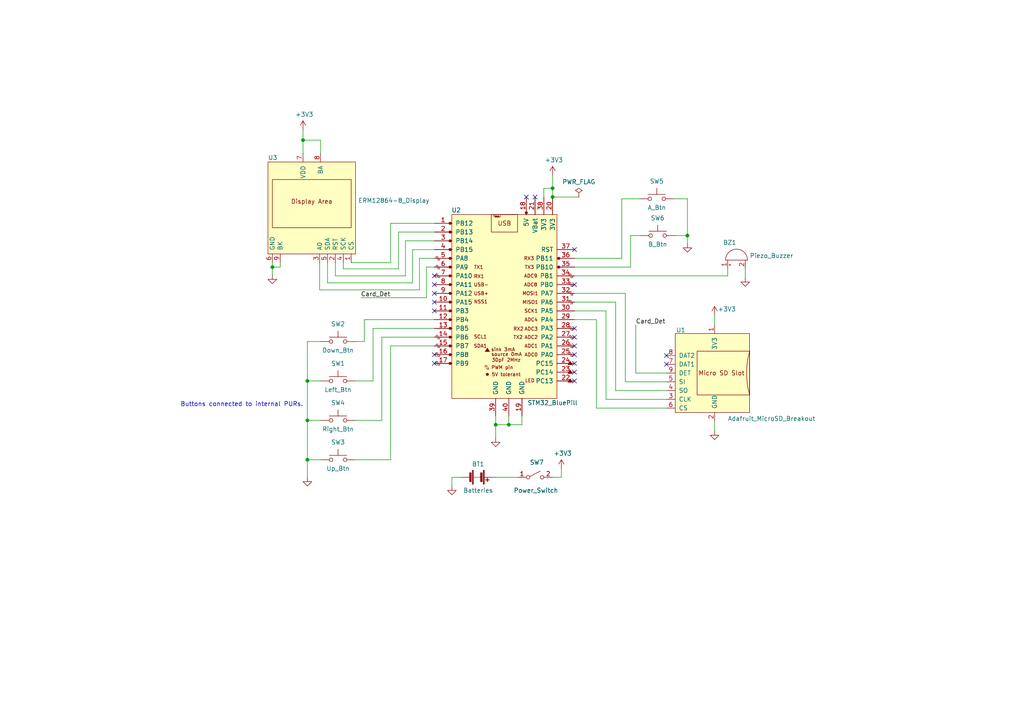
<source format=kicad_sch>
(kicad_sch (version 20211123) (generator eeschema)
  (paper "A4")
  (title_block (title "CHIPnGo") (date "2022-06-16") (rev "v01") (comment 3 "License: MIT") (comment 4 "Author: Kurtis Dinelle"))
  (lib_symbols
    (symbol "Battery_Powered:Battery" (pin_numbers hide) (pin_names (offset 0) hide)
      (property "Reference" "BT" (at 2.54 2.54 0))
      (property "Value" "Battery" (at 2.54 0 0))
      (symbol "Battery_0_1"
        (rectangle (start -2.032 -1.397) (end 2.032 -1.651) (fill (type outline)))
        (rectangle (start -2.032 1.778) (end 2.032 1.524) (fill (type outline)))
        (rectangle (start -1.3208 -1.9812) (end 1.27 -2.4892) (fill (type outline)))
        (rectangle (start -1.3208 1.1938) (end 1.27 0.6858) (fill (type outline)))
        (polyline (pts (xy 0 -1.524) (xy 0 -1.27)))
        (polyline (pts (xy 0 -1.016) (xy 0 -0.762)))
        (polyline (pts (xy 0 -0.508) (xy 0 -0.254)))
        (polyline (pts (xy 0 0) (xy 0 0.254)))
        (polyline (pts (xy 0 0.508) (xy 0 0.762)))
        (polyline (pts (xy 0 1.778) (xy 0 2.54)))
        (polyline (pts (xy 0.254 2.667) (xy 1.27 2.667)) (stroke (width 0.254)))
        (polyline (pts (xy 0.762 3.175) (xy 0.762 2.159)) (stroke (width 0.254)))
      )
      (symbol "Battery_1_1"
        (pin power_out line (at 0 5.08 270) (length 2.54) (name "+") (number "1"))
        (pin power_out line (at 0 -5.08 90) (length 2.54) (name "-") (number "2"))
      )
    )
    (symbol "CHIPnGo-rescue:Adafruit_MicroSD_Breakout-Adafruit_MicroSD_Breakout" (pin_names (offset 1.016))
      (property "Reference" "U" (at -10.16 12.7 0))
      (property "Value" "Adafruit_MicroSD_Breakout-Adafruit_MicroSD_Breakout" (at 13.97 -12.7 0))
      (symbol "Adafruit_MicroSD_Breakout-Adafruit_MicroSD_Breakout_0_0"
        (text "Micro SD Slot" (at 2.0066 0 0) (effects (font (size 1.27 1.27))))
      )
      (symbol "Adafruit_MicroSD_Breakout-Adafruit_MicroSD_Breakout_0_1"
        (rectangle (start -11.43 11.43) (end 10.16 -11.43) (fill (type background)))
        (rectangle (start 10.16 6.35) (end -5.08 -6.35))
        (arc (start 10.16 6.35) (mid 9.2944 0) (end 10.16 -6.35))
      )
      (symbol "Adafruit_MicroSD_Breakout-Adafruit_MicroSD_Breakout_1_1"
        (pin power_in line (at 0 -13.97 90) (length 2.54) (name "3V3") (number "1"))
        (pin power_in line (at 0 13.97 270) (length 2.54) (name "GND") (number "2"))
        (pin input line (at -13.97 7.62 0) (length 2.54) (name "CLK") (number "3"))
        (pin output line (at -13.97 5.08 0) (length 2.54) (name "SO") (number "4"))
        (pin input line (at -13.97 2.54 0) (length 2.54) (name "SI") (number "5"))
        (pin input line (at -13.97 10.16 0) (length 2.54) (name "CS") (number "6"))
        (pin bidirectional line (at -13.97 -2.54 0) (length 2.54) (name "DAT1") (number "7"))
        (pin bidirectional line (at -13.97 -5.08 0) (length 2.54) (name "DAT2") (number "8"))
        (pin output line (at -13.97 0 0) (length 2.54) (name "DET") (number "9"))
      )
    )
    (symbol "Device:Buzzer" (pin_names (offset 0.0254) hide)
      (property "Reference" "BZ" (at 3.81 1.27 0))
      (property "Value" "Buzzer" (at 3.81 -1.27 0))
      (symbol "Buzzer_0_1"
        (arc (start 0 -3.175) (mid 3.175 0) (end 0 3.175))
        (polyline (pts (xy -1.651 1.905) (xy -1.143 1.905)))
        (polyline (pts (xy -1.397 2.159) (xy -1.397 1.651)))
        (polyline (pts (xy 0 3.175) (xy 0 -3.175)))
      )
      (symbol "Buzzer_1_1"
        (pin passive line (at -2.54 2.54 0) (length 2.54) (name "-") (number "1"))
        (pin passive line (at -2.54 -2.54 0) (length 2.54) (name "+") (number "2"))
      )
    )
    (symbol "ERM12864-8:ERM12864-8" (pin_names (offset 1.016))
      (property "Reference" "U" (at -11.43 15.24 0))
      (property "Value" "ERM12864-8" (at 19.05 -11.43 0))
      (symbol "ERM12864-8_0_0"
        (text "Display Area" (at 0 2.54 0) (effects (font (size 1.27 1.27))))
      )
      (symbol "ERM12864-8_0_1"
        (rectangle (start -12.7 -12.7) (end 12.7 13.97) (fill (type background)))
        (rectangle (start -11.43 8.89) (end 11.43 -5.08))
      )
      (symbol "ERM12864-8_1_1"
        (pin input line (at 11.43 -15.24 90) (length 2.54) (name "CS") (number "1"))
        (pin input line (at 6.858 -15.24 90) (length 2.54) (name "RST") (number "2"))
        (pin input line (at 2.286 -15.24 90) (length 2.54) (name "A0") (number "3"))
        (pin input line (at 9.144 -15.24 90) (length 2.54) (name "SCK") (number "4"))
        (pin input line (at 4.572 -15.24 90) (length 2.54) (name "SDA") (number "5"))
        (pin power_in line (at -11.43 -15.24 90) (length 2.54) (name "GND") (number "6"))
        (pin power_in line (at -2.54 16.51 270) (length 2.54) (name "VDD") (number "7"))
        (pin power_in line (at 2.54 16.51 270) (length 2.54) (name "BA") (number "8"))
        (pin power_in line (at -9.144 -15.24 90) (length 2.54) (name "BK") (number "9"))
      )
    )
    (symbol "STM32_BluePill:STM32_BluePill" (pin_names (offset 1.016))
      (property "Reference" "U" (at -13.97 26.67 0))
      (property "Value" "STM32_BluePill_STM32_BluePill" (at 0 2.54 90))
      (symbol "STM32_BluePill_0_0"
        (circle (center -15.748 -17.78) (radius 0.3556) (fill (type outline)))
        (circle (center -15.748 -15.24) (radius 0.3556) (fill (type outline)))
        (circle (center -15.748 -12.7) (radius 0.3556) (fill (type outline)))
        (circle (center -15.748 -10.16) (radius 0.3556) (fill (type outline)))
        (circle (center -15.748 -7.62) (radius 0.3556) (fill (type outline)))
        (circle (center -15.748 -5.08) (radius 0.3556) (fill (type outline)))
        (circle (center -15.748 -2.54) (radius 0.3556) (fill (type outline)))
        (circle (center -15.748 0) (radius 0.3556) (fill (type outline)))
        (circle (center -15.748 2.54) (radius 0.3556) (fill (type outline)))
        (circle (center -15.748 5.08) (radius 0.3556) (fill (type outline)))
        (circle (center -15.748 7.62) (radius 0.3556) (fill (type outline)))
        (circle (center -15.748 10.16) (radius 0.3556) (fill (type outline)))
        (circle (center -15.748 12.7) (radius 0.3556) (fill (type outline)))
        (circle (center -15.748 15.24) (radius 0.3556) (fill (type outline)))
        (circle (center -15.748 17.78) (radius 0.3556) (fill (type outline)))
        (circle (center -15.748 22.86) (radius 0.3556) (fill (type outline)))
        (circle (center -4.953 -20.955) (radius 0.127) (fill (type outline)))
        (circle (center -4.953 -20.955) (radius 0.254))
        (circle (center -4.953 -20.955) (radius 0.3556))
        (polyline (pts (xy -5.588 -14.351) (xy -4.953 -13.335) (xy -4.318 -14.351) (xy -5.588 -14.351) (xy -4.953 -13.462) (xy -4.445 -14.351) (xy -5.461 -14.224) (xy -4.953 -13.589) (xy -4.572 -14.351) (xy -5.334 -14.097) (xy -4.826 -13.716) (xy -4.699 -14.351) (xy -5.207 -13.97) (xy -4.699 -13.843) (xy -4.826 -14.224) (xy -5.08 -13.97) (xy -4.826 -14.097) (xy -4.953 -13.843)))
        (polyline (pts (xy 18.415 -23.241) (xy 19.05 -22.225) (xy 19.685 -23.241) (xy 18.415 -23.241) (xy 19.05 -22.352) (xy 19.558 -23.241) (xy 18.542 -23.114) (xy 19.05 -22.479) (xy 19.431 -23.241) (xy 18.669 -22.987) (xy 19.177 -22.606) (xy 19.304 -23.241) (xy 18.796 -22.86) (xy 19.304 -22.733) (xy 19.177 -23.114) (xy 18.923 -22.86) (xy 19.177 -22.987) (xy 19.05 -22.733)))
        (polyline (pts (xy 18.415 -20.701) (xy 19.05 -19.685) (xy 19.685 -20.701) (xy 18.415 -20.701) (xy 19.05 -19.812) (xy 19.558 -20.701) (xy 18.542 -20.574) (xy 19.05 -19.939) (xy 19.431 -20.701) (xy 18.669 -20.447) (xy 19.177 -20.066) (xy 19.304 -20.701) (xy 18.796 -20.32) (xy 19.304 -20.193) (xy 19.177 -20.574) (xy 18.923 -20.32) (xy 19.177 -20.447) (xy 19.05 -20.193)))
        (polyline (pts (xy 18.415 -18.161) (xy 19.05 -17.145) (xy 19.685 -18.161) (xy 18.415 -18.161) (xy 19.05 -17.272) (xy 19.558 -18.161) (xy 18.542 -18.034) (xy 19.05 -17.399) (xy 19.431 -18.161) (xy 18.669 -17.907) (xy 19.177 -17.526) (xy 19.304 -18.161) (xy 18.796 -17.78) (xy 19.304 -17.653) (xy 19.177 -18.034) (xy 18.923 -17.78) (xy 19.177 -17.907) (xy 19.05 -17.653)))
        (circle (center 6.35 25.908) (radius 0.3556) (fill (type outline)))
        (circle (center 15.748 10.16) (radius 0.254) (fill (type outline)))
        (circle (center 15.748 10.16) (radius 0.3556))
        (circle (center 15.748 12.7) (radius 0.254) (fill (type outline)))
        (circle (center 15.748 12.7) (radius 0.3556))
        (text "30pF 2MHz" (at 0.508 -16.764 0) (effects (font (size 0.9906 0.9906))))
        (text "5V tolerant" (at 0.508 -20.955 0) (effects (font (size 0.9906 0.9906))))
        (text "ADC0" (at 7.747 -15.24 0) (effects (font (size 0.9906 0.9906))))
        (text "ADC1" (at 7.747 -12.7 0) (effects (font (size 0.9906 0.9906))))
        (text "ADC2" (at 7.747 -10.16 0) (effects (font (size 0.9906 0.9906))))
        (text "ADC3" (at 7.747 -7.747 0) (effects (font (size 0.9906 0.9906))))
        (text "ADC4" (at 7.747 -5.08 0) (effects (font (size 0.9906 0.9906))))
        (text "ADC8" (at 7.62 5.08 0) (effects (font (size 0.9906 0.9906))))
        (text "ADC9" (at 7.62 7.62 0) (effects (font (size 0.9906 0.9906))))
        (text "LED" (at 7.366 -22.733 0) (effects (font (size 0.9906 0.9906))))
        (text "MISO1" (at 7.493 0 0) (effects (font (size 0.9906 0.9906))))
        (text "MOSI1" (at 7.493 2.54 0) (effects (font (size 0.9906 0.9906))))
        (text "NSS1" (at -6.858 0.127 0) (effects (font (size 0.9906 0.9906))))
        (text "PWM pin" (at -0.635 -18.923 0) (effects (font (size 0.9906 0.9906))))
        (text "RX1" (at -7.366 7.493 0) (effects (font (size 0.9906 0.9906))))
        (text "RX2" (at 4.064 -7.747 0) (effects (font (size 0.9906 0.9906))))
        (text "RX3" (at 7.112 12.7 0) (effects (font (size 0.9906 0.9906))))
        (text "SCK1" (at 7.747 -2.54 0) (effects (font (size 0.9906 0.9906))))
        (text "SCL1" (at -6.985 -10.033 0) (effects (font (size 0.9906 0.9906))))
        (text "SDA1" (at -6.985 -12.7 0) (effects (font (size 0.9906 0.9906))))
        (text "sink 3mA" (at -0.381 -13.716 0) (effects (font (size 0.9906 0.9906))))
        (text "source 0mA" (at 0.635 -15.113 0) (effects (font (size 0.9906 0.9906))))
        (text "TX1" (at -7.493 10.16 0) (effects (font (size 0.9906 0.9906))))
        (text "TX2" (at 3.937 -10.16 0) (effects (font (size 0.9906 0.9906))))
        (text "TX3" (at 7.239 10.16 0) (effects (font (size 0.9906 0.9906))))
        (text "USB" (at 0 22.86 0) (effects (font (size 1.27 1.27))))
        (text "USB+" (at -6.731 2.54 0) (effects (font (size 0.9906 0.9906))))
        (text "USB-" (at -6.731 5.08 0) (effects (font (size 0.9906 0.9906))))
        (text "Y@@J" (at -2.159 24.892 0) (effects (font (size 0.508 0.508))))
      )
      (symbol "STM32_BluePill_0_1"
        (rectangle (start -15.24 25.4) (end 15.24 -27.94) (fill (type background)))
        (polyline (pts (xy -18.796 -17.78) (xy -18.796 -18.288) (xy -19.304 -18.288) (xy -19.304 -17.272) (xy -19.812 -17.272) (xy -19.812 -17.78)))
        (polyline (pts (xy -18.796 -15.24) (xy -18.796 -15.748) (xy -19.304 -15.748) (xy -19.304 -14.732) (xy -19.812 -14.732) (xy -19.812 -15.24)))
        (polyline (pts (xy -18.796 -12.7) (xy -18.796 -13.208) (xy -19.304 -13.208) (xy -19.304 -12.192) (xy -19.812 -12.192) (xy -19.812 -12.7)))
        (polyline (pts (xy -18.796 -10.16) (xy -18.796 -10.668) (xy -19.304 -10.668) (xy -19.304 -9.652) (xy -19.812 -9.652) (xy -19.812 -10.16)))
        (polyline (pts (xy -18.796 7.62) (xy -18.796 7.112) (xy -19.304 7.112) (xy -19.304 8.128) (xy -19.812 8.128) (xy -19.812 7.62)))
        (polyline (pts (xy -18.796 10.16) (xy -18.796 9.652) (xy -19.304 9.652) (xy -19.304 10.668) (xy -19.812 10.668) (xy -19.812 10.16)))
        (polyline (pts (xy -18.796 12.7) (xy -18.796 12.192) (xy -19.304 12.192) (xy -19.304 13.208) (xy -19.812 13.208) (xy -19.812 12.7)))
        (polyline (pts (xy -4.572 -18.923) (xy -4.572 -19.431) (xy -5.08 -19.431) (xy -5.08 -18.415) (xy -5.588 -18.415) (xy -5.588 -18.923)))
        (polyline (pts (xy 19.812 -15.24) (xy 19.812 -15.748) (xy 19.304 -15.748) (xy 19.304 -14.732) (xy 18.796 -14.732) (xy 18.796 -15.24)))
        (polyline (pts (xy 19.812 -12.7) (xy 19.812 -13.208) (xy 19.304 -13.208) (xy 19.304 -12.192) (xy 18.796 -12.192) (xy 18.796 -12.7)))
        (polyline (pts (xy 19.812 -10.16) (xy 19.812 -10.668) (xy 19.304 -10.668) (xy 19.304 -9.652) (xy 18.796 -9.652) (xy 18.796 -10.16)))
        (polyline (pts (xy 19.812 -7.62) (xy 19.812 -8.128) (xy 19.304 -8.128) (xy 19.304 -7.112) (xy 18.796 -7.112) (xy 18.796 -7.62)))
        (polyline (pts (xy 19.812 0) (xy 19.812 -0.508) (xy 19.304 -0.508) (xy 19.304 0.508) (xy 18.796 0.508) (xy 18.796 0)))
        (polyline (pts (xy 19.812 2.54) (xy 19.812 2.032) (xy 19.304 2.032) (xy 19.304 3.048) (xy 18.796 3.048) (xy 18.796 2.54)))
        (polyline (pts (xy 19.812 5.08) (xy 19.812 4.572) (xy 19.304 4.572) (xy 19.304 5.588) (xy 18.796 5.588) (xy 18.796 5.08)))
        (polyline (pts (xy 19.812 7.62) (xy 19.812 7.112) (xy 19.304 7.112) (xy 19.304 8.128) (xy 18.796 8.128) (xy 18.796 7.62)))
        (rectangle (start 3.81 25.4) (end -3.81 20.32))
      )
      (symbol "STM32_BluePill_1_1"
        (circle (center -15.748 20.32) (radius 0.3556) (fill (type outline)))
        (pin bidirectional line (at -20.32 22.86 0) (length 5.08) (name "PB12") (number "1"))
        (pin bidirectional line (at -20.32 0 0) (length 5.08) (name "PA15") (number "10"))
        (pin bidirectional line (at -20.32 -2.54 0) (length 5.08) (name "PB3") (number "11"))
        (pin bidirectional line (at -20.32 -5.08 0) (length 5.08) (name "PB4") (number "12"))
        (pin bidirectional line (at -20.32 -7.62 0) (length 5.08) (name "PB5") (number "13"))
        (pin bidirectional line (at -20.32 -10.16 0) (length 5.08) (name "PB6") (number "14"))
        (pin bidirectional line (at -20.32 -12.7 0) (length 5.08) (name "PB7") (number "15"))
        (pin bidirectional line (at -20.32 -15.24 0) (length 5.08) (name "PB8") (number "16"))
        (pin bidirectional line (at -20.32 -17.78 0) (length 5.08) (name "PB9") (number "17"))
        (pin power_in line (at 6.35 30.48 270) (length 5.08) (name "5V") (number "18"))
        (pin power_in line (at 5.08 -33.02 90) (length 5.08) (name "GND") (number "19"))
        (pin bidirectional line (at -20.32 20.32 0) (length 5.08) (name "PB13") (number "2"))
        (pin power_in line (at 13.97 30.48 270) (length 5.08) (name "3V3") (number "20"))
        (pin power_in line (at 8.89 30.48 270) (length 5.08) (name "VBat") (number "21"))
        (pin bidirectional line (at 20.32 -22.86 180) (length 5.08) (name "PC13") (number "22"))
        (pin bidirectional line (at 20.32 -20.32 180) (length 5.08) (name "PC14") (number "23"))
        (pin bidirectional line (at 20.32 -17.78 180) (length 5.08) (name "PC15") (number "24"))
        (pin bidirectional line (at 20.32 -15.24 180) (length 5.08) (name "PA0") (number "25"))
        (pin bidirectional line (at 20.32 -12.7 180) (length 5.08) (name "PA1") (number "26"))
        (pin bidirectional line (at 20.32 -10.16 180) (length 5.08) (name "PA2") (number "27"))
        (pin bidirectional line (at 20.32 -7.62 180) (length 5.08) (name "PA3") (number "28"))
        (pin bidirectional line (at 20.32 -5.08 180) (length 5.08) (name "PA4") (number "29"))
        (pin bidirectional line (at -20.32 17.78 0) (length 5.08) (name "PB14") (number "3"))
        (pin bidirectional line (at 20.32 -2.54 180) (length 5.08) (name "PA5") (number "30"))
        (pin bidirectional line (at 20.32 0 180) (length 5.08) (name "PA6") (number "31"))
        (pin bidirectional line (at 20.32 2.54 180) (length 5.08) (name "PA7") (number "32"))
        (pin bidirectional line (at 20.32 5.08 180) (length 5.08) (name "PB0") (number "33"))
        (pin bidirectional line (at 20.32 7.62 180) (length 5.08) (name "PB1") (number "34"))
        (pin bidirectional line (at 20.32 10.16 180) (length 5.08) (name "PB10") (number "35"))
        (pin bidirectional line (at 20.32 12.7 180) (length 5.08) (name "PB11") (number "36"))
        (pin input line (at 20.32 15.24 180) (length 5.08) (name "RST") (number "37"))
        (pin power_in line (at 11.43 30.48 270) (length 5.08) (name "3V3") (number "38"))
        (pin power_in line (at -2.54 -33.02 90) (length 5.08) (name "GND") (number "39"))
        (pin bidirectional line (at -20.32 15.24 0) (length 5.08) (name "PB15") (number "4"))
        (pin power_in line (at 1.27 -33.02 90) (length 5.08) (name "GND") (number "40"))
        (pin bidirectional line (at -20.32 12.7 0) (length 5.08) (name "PA8") (number "5"))
        (pin bidirectional line (at -20.32 10.16 0) (length 5.08) (name "PA9") (number "6"))
        (pin bidirectional line (at -20.32 7.62 0) (length 5.08) (name "PA10") (number "7"))
        (pin bidirectional line (at -20.32 5.08 0) (length 5.08) (name "PA11") (number "8"))
        (pin bidirectional line (at -20.32 2.54 0) (length 5.08) (name "PA12") (number "9"))
      )
    )
    (symbol "Switch:SW_Push" (pin_numbers hide) (pin_names (offset 1.016) hide)
      (property "Reference" "SW" (at 1.27 2.54 0))
      (property "Value" "SW_Push" (at 0 -1.524 0))
      (symbol "SW_Push_0_1"
        (circle (center -2.032 0) (radius 0.508))
        (polyline (pts (xy 0 1.27) (xy 0 3.048)))
        (polyline (pts (xy 2.54 1.27) (xy -2.54 1.27)))
        (circle (center 2.032 0) (radius 0.508))
        (pin passive line (at -5.08 0 0) (length 2.54) (name "1") (number "1"))
        (pin passive line (at 5.08 0 180) (length 2.54) (name "2") (number "2"))
      )
    )
    (symbol "Switch:SW_SPST" (pin_names (offset 0) hide)
      (property "Reference" "SW" (at 0 3.175 0))
      (property "Value" "SW_SPST" (at 0 -2.54 0))
      (symbol "SW_SPST_0_0"
        (circle (center -2.032 0) (radius 0.508))
        (polyline (pts (xy -1.524 0.254) (xy 1.524 1.778)))
        (circle (center 2.032 0) (radius 0.508))
      )
      (symbol "SW_SPST_1_1"
        (pin passive line (at -5.08 0 0) (length 2.54) (name "A") (number "1"))
        (pin passive line (at 5.08 0 180) (length 2.54) (name "B") (number "2"))
      )
    )
    (symbol "power:+3V3" (power) (pin_names (offset 0))
      (property "Value" "+3V3" (at 0 3.556 0))
      (symbol "+3V3_0_1"
        (polyline (pts (xy -0.762 1.27) (xy 0 2.54)))
        (polyline (pts (xy 0 0) (xy 0 2.54)))
        (polyline (pts (xy 0 2.54) (xy 0.762 1.27)))
      )
      (symbol "+3V3_1_1"
        (pin power_in line (at 0 0 90) (length 0) hide (name "+3V3") (number "1"))
      )
    )
    (symbol "power:GND" (power) (pin_names (offset 0))
      (property "Value" "GND" (at 0 -3.81 0))
      (symbol "GND_0_1"
        (polyline (pts (xy 0 0) (xy 0 -1.27) (xy 1.27 -1.27) (xy 0 -2.54) (xy -1.27 -1.27) (xy 0 -1.27)))
      )
      (symbol "GND_1_1"
        (pin power_in line (at 0 0 270) (length 0) hide (name "GND") (number "1"))
      )
    )
    (symbol "power:PWR_FLAG" (power) (pin_numbers hide) (pin_names (offset 0) hide)
      (property "Value" "PWR_FLAG" (at 0 3.81 0))
      (symbol "PWR_FLAG_0_0"
        (pin power_out line (at 0 0 90) (length 0) (name "pwr") (number "1"))
      )
      (symbol "PWR_FLAG_0_1"
        (polyline (pts (xy 0 0) (xy 0 1.27) (xy -1.016 1.905) (xy 0 2.54) (xy 1.016 1.905) (xy 0 1.27)))
      )
    )
  )
  (junction (at 199.39 68.326))
  (junction (at 147.574 123.19))
  (junction (at 160.274 57.15))
  (junction (at 160.274 54.61))
  (junction (at 87.884 40.64))
  (junction (at 143.764 123.19))
  (junction (at 89.154 110.49))
  (junction (at 89.154 133.35))
  (junction (at 89.154 121.92))
  (junction (at 78.994 77.47))
  (no_connect (at 125.984 82.55))
  (no_connect (at 166.624 107.95))
  (no_connect (at 152.654 57.15))
  (no_connect (at 125.984 85.09))
  (no_connect (at 166.624 97.79))
  (no_connect (at 166.624 110.49))
  (no_connect (at 166.624 102.87))
  (no_connect (at 166.624 95.25))
  (no_connect (at 193.294 103.124))
  (no_connect (at 166.624 82.55))
  (no_connect (at 166.624 100.33))
  (no_connect (at 166.624 105.41))
  (no_connect (at 125.984 105.41))
  (no_connect (at 166.624 72.39))
  (no_connect (at 193.294 105.664))
  (no_connect (at 125.984 90.17))
  (no_connect (at 155.194 57.15))
  (no_connect (at 125.984 102.87))
  (no_connect (at 125.984 80.01))
  (no_connect (at 125.984 87.63))
  (wire (pts (xy 207.264 122.174) (xy 207.264 124.968)))
  (wire (pts (xy 103.124 121.92) (xy 110.744 121.92)))
  (wire (pts (xy 131.064 138.43) (xy 133.604 138.43)))
  (wire (pts (xy 181.356 85.09) (xy 166.624 85.09)))
  (wire (pts (xy 89.154 121.92) (xy 89.154 133.35)))
  (wire (pts (xy 89.154 99.06) (xy 89.154 110.49)))
  (wire (pts (xy 113.284 133.35) (xy 113.284 100.33)))
  (wire (pts (xy 162.814 138.43) (xy 162.814 135.89)))
  (wire (pts (xy 117.602 80.01) (xy 117.602 69.85)))
  (wire (pts (xy 151.384 120.65) (xy 151.384 123.19)))
  (wire (pts (xy 113.284 100.33) (xy 125.984 100.33)))
  (wire (pts (xy 121.666 74.93) (xy 125.984 74.93)))
  (wire (pts (xy 178.562 87.63) (xy 166.624 87.63)))
  (wire (pts (xy 157.734 57.15) (xy 157.734 54.61)))
  (wire (pts (xy 151.384 123.19) (xy 147.574 123.19)))
  (wire (pts (xy 160.274 138.43) (xy 162.814 138.43)))
  (wire (pts (xy 185.42 57.658) (xy 180.34 57.658)))
  (wire (pts (xy 87.884 37.592) (xy 87.884 40.64)))
  (wire (pts (xy 110.744 121.92) (xy 110.744 97.79)))
  (wire (pts (xy 143.764 138.43) (xy 150.114 138.43)))
  (wire (pts (xy 123.698 77.47) (xy 123.698 86.36)))
  (wire (pts (xy 195.834 68.326) (xy 199.39 68.326)))
  (wire (pts (xy 92.964 133.35) (xy 89.154 133.35)))
  (wire (pts (xy 166.624 80.01) (xy 211.074 80.01)))
  (wire (pts (xy 178.562 113.284) (xy 178.562 87.63)))
  (wire (pts (xy 175.768 90.17) (xy 166.624 90.17)))
  (wire (pts (xy 119.634 72.39) (xy 125.984 72.39)))
  (wire (pts (xy 105.664 92.71) (xy 125.984 92.71)))
  (wire (pts (xy 199.39 57.658) (xy 199.39 68.326)))
  (wire (pts (xy 113.284 76.2) (xy 113.284 64.77)))
  (wire (pts (xy 101.854 76.2) (xy 113.284 76.2)))
  (wire (pts (xy 193.294 110.744) (xy 181.356 110.744)))
  (wire (pts (xy 92.964 121.92) (xy 89.154 121.92)))
  (wire (pts (xy 92.964 40.64) (xy 87.884 40.64)))
  (wire (pts (xy 157.734 54.61) (xy 160.274 54.61)))
  (wire (pts (xy 184.404 108.204) (xy 184.404 94.234)))
  (wire (pts (xy 119.634 82.042) (xy 119.634 72.39)))
  (wire (pts (xy 147.574 120.65) (xy 147.574 123.19)))
  (wire (pts (xy 167.894 57.15) (xy 160.274 57.15)))
  (wire (pts (xy 199.39 68.326) (xy 199.39 70.612)))
  (wire (pts (xy 89.154 110.49) (xy 89.154 121.92)))
  (wire (pts (xy 115.57 77.978) (xy 115.57 67.31)))
  (wire (pts (xy 103.124 110.49) (xy 108.204 110.49)))
  (wire (pts (xy 92.964 110.49) (xy 89.154 110.49)))
  (wire (pts (xy 94.996 76.2) (xy 94.996 82.042)))
  (wire (pts (xy 160.274 54.61) (xy 160.274 50.8)))
  (wire (pts (xy 216.154 80.518) (xy 216.154 77.978)))
  (wire (pts (xy 182.88 77.47) (xy 166.624 77.47)))
  (wire (pts (xy 193.294 108.204) (xy 184.404 108.204)))
  (wire (pts (xy 180.34 57.658) (xy 180.34 74.93)))
  (wire (pts (xy 115.57 67.31) (xy 125.984 67.31)))
  (wire (pts (xy 97.282 80.01) (xy 117.602 80.01)))
  (wire (pts (xy 99.568 76.2) (xy 99.568 77.978)))
  (wire (pts (xy 78.994 76.2) (xy 78.994 77.47)))
  (wire (pts (xy 81.28 77.47) (xy 78.994 77.47)))
  (wire (pts (xy 89.154 133.35) (xy 89.154 138.43)))
  (wire (pts (xy 193.294 113.284) (xy 178.562 113.284)))
  (wire (pts (xy 131.064 140.97) (xy 131.064 138.43)))
  (wire (pts (xy 108.204 110.49) (xy 108.204 95.25)))
  (wire (pts (xy 207.264 91.44) (xy 207.264 94.234)))
  (wire (pts (xy 99.568 77.978) (xy 115.57 77.978)))
  (wire (pts (xy 92.71 84.074) (xy 121.666 84.074)))
  (wire (pts (xy 92.964 99.06) (xy 89.154 99.06)))
  (wire (pts (xy 125.984 77.47) (xy 123.698 77.47)))
  (wire (pts (xy 185.674 68.326) (xy 182.88 68.326)))
  (wire (pts (xy 97.282 76.2) (xy 97.282 80.01)))
  (wire (pts (xy 182.88 68.326) (xy 182.88 77.47)))
  (wire (pts (xy 110.744 97.79) (xy 125.984 97.79)))
  (wire (pts (xy 103.124 99.06) (xy 105.664 99.06)))
  (wire (pts (xy 92.964 44.45) (xy 92.964 40.64)))
  (wire (pts (xy 147.574 123.19) (xy 143.764 123.19)))
  (wire (pts (xy 175.768 115.824) (xy 175.768 90.17)))
  (wire (pts (xy 193.294 115.824) (xy 175.768 115.824)))
  (wire (pts (xy 92.71 76.2) (xy 92.71 84.074)))
  (wire (pts (xy 211.074 80.01) (xy 211.074 77.978)))
  (wire (pts (xy 123.698 86.36) (xy 104.648 86.36)))
  (wire (pts (xy 94.996 82.042) (xy 119.634 82.042)))
  (wire (pts (xy 117.602 69.85) (xy 125.984 69.85)))
  (wire (pts (xy 172.974 118.364) (xy 172.974 92.71)))
  (wire (pts (xy 181.356 110.744) (xy 181.356 85.09)))
  (wire (pts (xy 143.764 120.65) (xy 143.764 123.19)))
  (wire (pts (xy 87.884 40.64) (xy 87.884 44.45)))
  (wire (pts (xy 105.664 99.06) (xy 105.664 92.71)))
  (wire (pts (xy 193.294 118.364) (xy 172.974 118.364)))
  (wire (pts (xy 180.34 74.93) (xy 166.624 74.93)))
  (wire (pts (xy 78.994 77.47) (xy 78.994 79.756)))
  (wire (pts (xy 121.666 84.074) (xy 121.666 74.93)))
  (wire (pts (xy 143.764 123.19) (xy 143.764 127)))
  (wire (pts (xy 108.204 95.25) (xy 125.984 95.25)))
  (wire (pts (xy 81.28 76.2) (xy 81.28 77.47)))
  (wire (pts (xy 172.974 92.71) (xy 166.624 92.71)))
  (wire (pts (xy 160.274 57.15) (xy 160.274 54.61)))
  (wire (pts (xy 103.124 133.35) (xy 113.284 133.35)))
  (wire (pts (xy 113.284 64.77) (xy 125.984 64.77)))
  (wire (pts (xy 195.58 57.658) (xy 199.39 57.658)))
  (text "Buttons connected to internal PURs." (at 52.324 118.11 0) (effects (font (size 1.27 1.27)) (justify left bottom)))
  (label "Card_Det" (at 104.648 86.36 0))
  (label "Card_Det" (at 184.404 94.234 0))
  (symbol (lib_id "STM32_BluePill:STM32_BluePill") (at 146.304 87.63 0) (unit 1)
    (property "Reference" "U2" (at 132.334 60.96 0))
    (property "Value" "STM32_BluePill" (at 160.274 116.84 0))
    (property "Footprint" "bp:YAAJ_BluePill_1" (effects hide))
  )
  (symbol (lib_id "CHIPnGo-rescue:Adafruit_MicroSD_Breakout-Adafruit_MicroSD_Breakout") (at 207.264 108.204 0) (mirror x) (unit 1)
    (property "Reference" "U1" (at 196.088 95.758 0) (effects (justify left)))
    (property "Value" "Adafruit_MicroSD_Breakout" (at 211.074 121.412 0) (effects (justify left)))
    (property "Footprint" "Adafruit_SD_Reader:Adafruit_SD_Reader" (effects hide))
  )
  (symbol (lib_id "Switch:SW_Push") (at 190.5 57.658 0) (unit 1)
    (property "Reference" "SW5" (at 190.5 52.578 0))
    (property "Value" "A_Btn" (at 190.5 60.198 0))
    (property "Footprint" "Button_Switch_THT:SW_PUSH-12mm" (effects hide))
  )
  (symbol (lib_id "Switch:SW_Push") (at 190.754 68.326 0) (unit 1)
    (property "Reference" "SW6" (at 190.754 63.246 0))
    (property "Value" "B_Btn" (at 190.754 70.866 0))
    (property "Footprint" "Button_Switch_THT:SW_PUSH-12mm" (effects hide))
  )
  (symbol (lib_id "Switch:SW_Push") (at 98.044 99.06 0) (unit 1)
    (property "Reference" "SW2" (at 98.044 93.98 0))
    (property "Value" "Down_Btn" (at 98.044 101.6 0))
    (property "Footprint" "Button_Switch_THT:SW_PUSH_6mm_H5mm" (effects hide))
  )
  (symbol (lib_id "Switch:SW_Push") (at 98.044 121.92 0) (unit 1)
    (property "Reference" "SW4" (at 98.044 116.84 0))
    (property "Value" "Right_Btn" (at 98.044 124.46 0))
    (property "Footprint" "Button_Switch_THT:SW_PUSH_6mm_H5mm" (effects hide))
  )
  (symbol (lib_id "Switch:SW_Push") (at 98.044 110.49 0) (unit 1)
    (property "Reference" "SW1" (at 98.044 105.41 0))
    (property "Value" "Left_Btn" (at 98.044 113.03 0))
    (property "Footprint" "Button_Switch_THT:SW_PUSH_6mm_H5mm" (effects hide))
  )
  (symbol (lib_id "Switch:SW_Push") (at 98.044 133.35 0) (unit 1)
    (property "Reference" "SW3" (at 98.044 128.27 0))
    (property "Value" "Up_Btn" (at 98.044 135.89 0))
    (property "Footprint" "Button_Switch_THT:SW_PUSH_6mm_H5mm" (effects hide))
  )
  (symbol (lib_id "ERM12864-8:ERM12864-8") (at 90.424 60.96 0) (unit 1)
    (property "Reference" "U3" (at 77.724 45.72 0) (effects (justify left)))
    (property "Value" "ERM12864-8_Display" (at 103.886 58.166 0) (effects (justify left)))
    (property "Footprint" "ERM12864:ERM12864" (effects hide))
  )
  (symbol (lib_id "Device:Buzzer") (at 213.614 75.438 90) (unit 1)
    (property "Reference" "BZ1" (at 213.614 70.358 90) (effects (justify left)))
    (property "Value" "Piezo_Buzzer" (at 230.124 74.168 90) (effects (justify left)))
    (property "Footprint" "Buzzer_Beeper:Buzzer_TDK_PS1240P02BT_D12.2mm_H6.5mm" (effects hide))
  )
  (symbol (lib_id "Battery_Powered:Battery") (at 138.684 138.43 270) (unit 1)
    (property "Reference" "BT1" (at 138.684 134.62 90))
    (property "Value" "Batteries" (at 138.684 142.24 90))
    (property "Footprint" "Battery:BatteryHolder_Keystone_2468_2xAAA" (effects hide))
  )
  (symbol (lib_id "Switch:SW_SPST") (at 155.194 138.43 0) (unit 1)
    (property "Reference" "SW7" (at 155.702 134.112 0))
    (property "Value" "Power_Switch" (at 155.448 142.24 0))
    (property "Footprint" "Switch:GF-123-0054" (effects hide))
  )
  (symbol (lib_id "power:+3V3") (at 162.814 135.89 0) (unit 1)
    (property "Reference" "#PWR0101" (effects hide))
    (property "Value" "+3V3" (at 163.195 131.4958 0))
  )
  (symbol (lib_id "power:GND") (at 131.064 140.97 0) (unit 1)
    (property "Reference" "#PWR0102" (effects hide))
    (property "Value" "GND" (effects hide))
  )
  (symbol (lib_id "power:GND") (at 199.39 70.612 0) (unit 1)
    (property "Reference" "#PWR0112" (effects hide))
    (property "Value" "GND" (effects hide))
  )
  (symbol (lib_id "power:GND") (at 89.154 138.43 0) (unit 1)
    (property "Reference" "#PWR0103" (effects hide))
    (property "Value" "GND" (effects hide))
  )
  (symbol (lib_id "power:+3V3") (at 160.274 50.8 0) (unit 1)
    (property "Reference" "#PWR0104" (effects hide))
    (property "Value" "+3V3" (at 160.655 46.4058 0))
  )
  (symbol (lib_id "power:GND") (at 143.764 127 0) (unit 1)
    (property "Reference" "#PWR0105" (effects hide))
    (property "Value" "GND" (effects hide))
  )
  (symbol (lib_id "power:GND") (at 216.154 80.518 0) (unit 1)
    (property "Reference" "#PWR0106" (effects hide))
    (property "Value" "GND" (effects hide))
  )
  (symbol (lib_id "power:GND") (at 207.264 124.968 0) (unit 1)
    (property "Reference" "#PWR0107" (effects hide))
    (property "Value" "GND" (effects hide))
  )
  (symbol (lib_id "power:+3V3") (at 207.264 91.44 0) (unit 1)
    (property "Reference" "#PWR0108" (effects hide))
    (property "Value" "+3V3" (at 210.82 89.662 0))
  )
  (symbol (lib_id "power:+3V3") (at 87.884 37.592 0) (unit 1)
    (property "Reference" "#PWR0110" (effects hide))
    (property "Value" "+3V3" (at 88.265 33.1978 0))
  )
  (symbol (lib_id "power:GND") (at 78.994 79.756 0) (unit 1)
    (property "Reference" "#PWR0111" (effects hide))
    (property "Value" "GND" (effects hide))
  )
  (symbol (lib_id "power:PWR_FLAG") (at 167.894 57.15 0) (unit 1)
    (property "Reference" "#FLG0101" (effects hide))
    (property "Value" "PWR_FLAG" (at 167.894 52.7558 0))
  )
)
</source>
